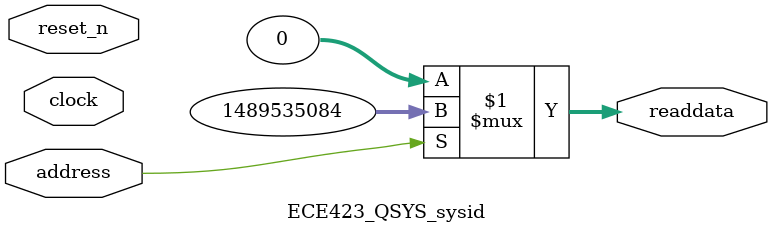
<source format=v>



// synthesis translate_off
`timescale 1ns / 1ps
// synthesis translate_on

// turn off superfluous verilog processor warnings 
// altera message_level Level1 
// altera message_off 10034 10035 10036 10037 10230 10240 10030 

module ECE423_QSYS_sysid (
               // inputs:
                address,
                clock,
                reset_n,

               // outputs:
                readdata
             )
;

  output  [ 31: 0] readdata;
  input            address;
  input            clock;
  input            reset_n;

  wire    [ 31: 0] readdata;
  //control_slave, which is an e_avalon_slave
  assign readdata = address ? 1489535084 : 0;

endmodule




</source>
